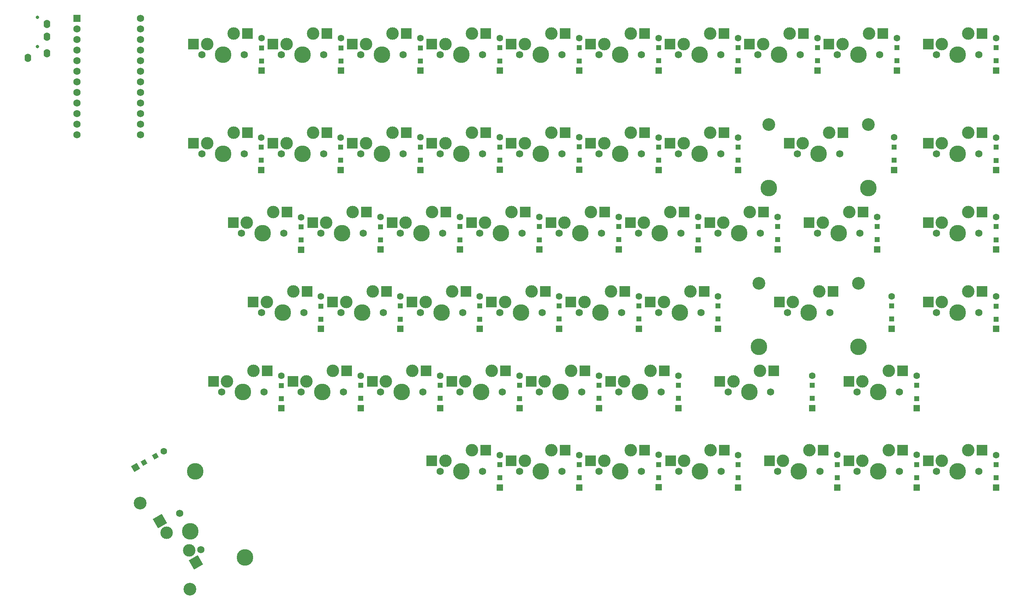
<source format=gbr>
G04 #@! TF.GenerationSoftware,KiCad,Pcbnew,7.0.9*
G04 #@! TF.CreationDate,2023-12-20T04:01:07-06:00*
G04 #@! TF.ProjectId,keyboard,6b657962-6f61-4726-942e-6b696361645f,rev?*
G04 #@! TF.SameCoordinates,Original*
G04 #@! TF.FileFunction,Soldermask,Bot*
G04 #@! TF.FilePolarity,Negative*
%FSLAX46Y46*%
G04 Gerber Fmt 4.6, Leading zero omitted, Abs format (unit mm)*
G04 Created by KiCad (PCBNEW 7.0.9) date 2023-12-20 04:01:07*
%MOMM*%
%LPD*%
G01*
G04 APERTURE LIST*
G04 Aperture macros list*
%AMRotRect*
0 Rectangle, with rotation*
0 The origin of the aperture is its center*
0 $1 length*
0 $2 width*
0 $3 Rotation angle, in degrees counterclockwise*
0 Add horizontal line*
21,1,$1,$2,0,0,$3*%
G04 Aperture macros list end*
%ADD10C,1.750000*%
%ADD11C,3.000000*%
%ADD12C,3.987800*%
%ADD13R,2.550000X2.500000*%
%ADD14R,1.752600X1.752600*%
%ADD15C,1.752600*%
%ADD16C,3.048000*%
%ADD17RotRect,2.550000X2.500000X120.000000*%
%ADD18C,0.800000*%
%ADD19O,1.600000X2.000000*%
%ADD20R,1.600000X1.600000*%
%ADD21R,1.200000X1.200000*%
%ADD22C,1.600000*%
%ADD23RotRect,1.600000X1.600000X30.000000*%
%ADD24RotRect,1.200000X1.200000X30.000000*%
G04 APERTURE END LIST*
D10*
X383213000Y-116824132D03*
D11*
X384483000Y-114284132D03*
D12*
X388293000Y-116824132D03*
D11*
X390833000Y-111744132D03*
D10*
X393373000Y-116824132D03*
D13*
X381208000Y-114284132D03*
X394135000Y-111744132D03*
D10*
X392738000Y-135874132D03*
D11*
X394008000Y-133334132D03*
D12*
X397818000Y-135874132D03*
D11*
X400358000Y-130794132D03*
D10*
X402898000Y-135874132D03*
D13*
X390733000Y-133334132D03*
X403660000Y-130794132D03*
D14*
X300860000Y-46200000D03*
D15*
X300860000Y-48740000D03*
X300860000Y-51280000D03*
X300860000Y-53820000D03*
X300860000Y-56360000D03*
X300860000Y-58900000D03*
X300860000Y-61440000D03*
X300860000Y-63980000D03*
X300860000Y-66520000D03*
X300860000Y-69060000D03*
X300860000Y-71600000D03*
X300860000Y-74140000D03*
X316100000Y-74140000D03*
X316100000Y-71600000D03*
X316100000Y-69060000D03*
X316100000Y-66520000D03*
X316100000Y-63980000D03*
X316100000Y-61440000D03*
X316100000Y-58900000D03*
X316100000Y-56360000D03*
X316100000Y-53820000D03*
X316100000Y-51280000D03*
X316100000Y-48740000D03*
X316100000Y-46200000D03*
D10*
X378450500Y-97774132D03*
D11*
X379720500Y-95234132D03*
D12*
X383530500Y-97774132D03*
D11*
X386070500Y-92694132D03*
D10*
X388610500Y-97774132D03*
D13*
X376445500Y-95234132D03*
X389372500Y-92694132D03*
D10*
X397500500Y-97774132D03*
D11*
X398770500Y-95234132D03*
D12*
X402580500Y-97774132D03*
D11*
X405120500Y-92694132D03*
D10*
X407660500Y-97774132D03*
D13*
X395495500Y-95234132D03*
X408422500Y-92694132D03*
D16*
X466842500Y-71739132D03*
D12*
X466842500Y-86979132D03*
D10*
X473700500Y-78724132D03*
D11*
X474970500Y-76184132D03*
D12*
X478780500Y-78724132D03*
D11*
X481320500Y-73644132D03*
D10*
X483860500Y-78724132D03*
D16*
X490718500Y-71739132D03*
D12*
X490718500Y-86979132D03*
D13*
X471695500Y-76184132D03*
X484622500Y-73644132D03*
D10*
X407025500Y-154924132D03*
D11*
X408295500Y-152384132D03*
D12*
X412105500Y-154924132D03*
D11*
X414645500Y-149844132D03*
D10*
X417185500Y-154924132D03*
D13*
X405020500Y-152384132D03*
X417947500Y-149844132D03*
D10*
X445125500Y-78724132D03*
D11*
X446395500Y-76184132D03*
D12*
X450205500Y-78724132D03*
D11*
X452745500Y-73644132D03*
D10*
X455285500Y-78724132D03*
D13*
X443120500Y-76184132D03*
X456047500Y-73644132D03*
D10*
X349875500Y-54911632D03*
D11*
X351145500Y-52371632D03*
D12*
X354955500Y-54911632D03*
D11*
X357495500Y-49831632D03*
D10*
X360035500Y-54911632D03*
D13*
X347870500Y-52371632D03*
X360797500Y-49831632D03*
D10*
X421313000Y-116824132D03*
D11*
X422583000Y-114284132D03*
D12*
X426393000Y-116824132D03*
D11*
X428933000Y-111744132D03*
D10*
X431473000Y-116824132D03*
D13*
X419308000Y-114284132D03*
X432235000Y-111744132D03*
D10*
X387975500Y-154924132D03*
D11*
X389245500Y-152384132D03*
D12*
X393055500Y-154924132D03*
D11*
X395595500Y-149844132D03*
D10*
X398135500Y-154924132D03*
D13*
X385970500Y-152384132D03*
X398897500Y-149844132D03*
D10*
X335588000Y-135874132D03*
D11*
X336858000Y-133334132D03*
D12*
X340668000Y-135874132D03*
D11*
X343208000Y-130794132D03*
D10*
X345748000Y-135874132D03*
D13*
X333583000Y-133334132D03*
X346510000Y-130794132D03*
D10*
X373688000Y-135874132D03*
D11*
X374958000Y-133334132D03*
D12*
X378768000Y-135874132D03*
D11*
X381308000Y-130794132D03*
D10*
X383848000Y-135874132D03*
D13*
X371683000Y-133334132D03*
X384610000Y-130794132D03*
D10*
X487988000Y-135874132D03*
D11*
X489258000Y-133334132D03*
D12*
X493068000Y-135874132D03*
D11*
X495608000Y-130794132D03*
D10*
X498148000Y-135874132D03*
D13*
X485983000Y-133334132D03*
X498910000Y-130794132D03*
D10*
X330825500Y-78724132D03*
D11*
X332095500Y-76184132D03*
D12*
X335905500Y-78724132D03*
D11*
X338445500Y-73644132D03*
D10*
X340985500Y-78724132D03*
D13*
X328820500Y-76184132D03*
X341747500Y-73644132D03*
D10*
X354638000Y-135874132D03*
D11*
X355908000Y-133334132D03*
D12*
X359718000Y-135874132D03*
D11*
X362258000Y-130794132D03*
D10*
X364798000Y-135874132D03*
D13*
X352633000Y-133334132D03*
X365560000Y-130794132D03*
D10*
X340350500Y-97774132D03*
D11*
X341620500Y-95234132D03*
D12*
X345430500Y-97774132D03*
D11*
X347970500Y-92694132D03*
D10*
X350510500Y-97774132D03*
D13*
X338345500Y-95234132D03*
X351272500Y-92694132D03*
D10*
X440363000Y-116824132D03*
D11*
X441633000Y-114284132D03*
D12*
X445443000Y-116824132D03*
D11*
X447983000Y-111744132D03*
D10*
X450523000Y-116824132D03*
D13*
X438358000Y-114284132D03*
X451285000Y-111744132D03*
D10*
X457031750Y-135874132D03*
D11*
X458301750Y-133334132D03*
D12*
X462111750Y-135874132D03*
D11*
X464651750Y-130794132D03*
D10*
X467191750Y-135874132D03*
D13*
X455026750Y-133334132D03*
X467953750Y-130794132D03*
D10*
X387975500Y-78724132D03*
D11*
X389245500Y-76184132D03*
D12*
X393055500Y-78724132D03*
D11*
X395595500Y-73644132D03*
D10*
X398135500Y-78724132D03*
D13*
X385970500Y-76184132D03*
X398897500Y-73644132D03*
D10*
X468938000Y-154924132D03*
D11*
X470208000Y-152384132D03*
D12*
X474018000Y-154924132D03*
D11*
X476558000Y-149844132D03*
D10*
X479098000Y-154924132D03*
D13*
X466933000Y-152384132D03*
X479860000Y-149844132D03*
D10*
X407025500Y-54911632D03*
D11*
X408295500Y-52371632D03*
D12*
X412105500Y-54911632D03*
D11*
X414645500Y-49831632D03*
D10*
X417185500Y-54911632D03*
D13*
X405020500Y-52371632D03*
X417947500Y-49831632D03*
D10*
X487988000Y-154924132D03*
D11*
X489258000Y-152384132D03*
D12*
X493068000Y-154924132D03*
D11*
X495608000Y-149844132D03*
D10*
X498148000Y-154924132D03*
D13*
X485983000Y-152384132D03*
X498910000Y-149844132D03*
D10*
X507038000Y-97774132D03*
D11*
X508308000Y-95234132D03*
D12*
X512118000Y-97774132D03*
D11*
X514658000Y-92694132D03*
D10*
X517198000Y-97774132D03*
D13*
X505033000Y-95234132D03*
X517960000Y-92694132D03*
D10*
X507038000Y-116824132D03*
D11*
X508308000Y-114284132D03*
D12*
X512118000Y-116824132D03*
D11*
X514658000Y-111744132D03*
D10*
X517198000Y-116824132D03*
D13*
X505033000Y-114284132D03*
X517960000Y-111744132D03*
D10*
X426075500Y-154924132D03*
D11*
X427345500Y-152384132D03*
D12*
X431155500Y-154924132D03*
D11*
X433695500Y-149844132D03*
D10*
X436235500Y-154924132D03*
D13*
X424070500Y-152384132D03*
X436997500Y-149844132D03*
D10*
X483225500Y-54911632D03*
D11*
X484495500Y-52371632D03*
D12*
X488305500Y-54911632D03*
D11*
X490845500Y-49831632D03*
D10*
X493385500Y-54911632D03*
D13*
X481220500Y-52371632D03*
X494147500Y-49831632D03*
D16*
X464461250Y-109839132D03*
D12*
X464461250Y-125079132D03*
D10*
X471319250Y-116824132D03*
D11*
X472589250Y-114284132D03*
D12*
X476399250Y-116824132D03*
D11*
X478939250Y-111744132D03*
D10*
X481479250Y-116824132D03*
D16*
X488337250Y-109839132D03*
D12*
X488337250Y-125079132D03*
D13*
X469314250Y-114284132D03*
X482241250Y-111744132D03*
D10*
X464175500Y-54911632D03*
D11*
X465445500Y-52371632D03*
D12*
X469255500Y-54911632D03*
D11*
X471795500Y-49831632D03*
D10*
X474335500Y-54911632D03*
D13*
X462170500Y-52371632D03*
X475097500Y-49831632D03*
D10*
X349875500Y-78724132D03*
D11*
X351145500Y-76184132D03*
D12*
X354955500Y-78724132D03*
D11*
X357495500Y-73644132D03*
D10*
X360035500Y-78724132D03*
D13*
X347870500Y-76184132D03*
X360797500Y-73644132D03*
D10*
X387975500Y-54911632D03*
D11*
X389245500Y-52371632D03*
D12*
X393055500Y-54911632D03*
D11*
X395595500Y-49831632D03*
D10*
X398135500Y-54911632D03*
D13*
X385970500Y-52371632D03*
X398897500Y-49831632D03*
D10*
X368925500Y-54911632D03*
D11*
X370195500Y-52371632D03*
D12*
X374005500Y-54911632D03*
D11*
X376545500Y-49831632D03*
D10*
X379085500Y-54911632D03*
D13*
X366920500Y-52371632D03*
X379847500Y-49831632D03*
D10*
X445252500Y-154924132D03*
D11*
X446522500Y-152384132D03*
D12*
X450332500Y-154924132D03*
D11*
X452872500Y-149844132D03*
D10*
X455412500Y-154924132D03*
D13*
X443247500Y-152384132D03*
X456174500Y-149844132D03*
D10*
X402263000Y-116824132D03*
D11*
X403533000Y-114284132D03*
D12*
X407343000Y-116824132D03*
D11*
X409883000Y-111744132D03*
D10*
X412423000Y-116824132D03*
D13*
X400258000Y-114284132D03*
X413185000Y-111744132D03*
D10*
X345113000Y-116824132D03*
D11*
X346383000Y-114284132D03*
D12*
X350193000Y-116824132D03*
D11*
X352733000Y-111744132D03*
D10*
X355273000Y-116824132D03*
D13*
X343108000Y-114284132D03*
X356035000Y-111744132D03*
D10*
X368925500Y-78724132D03*
D11*
X370195500Y-76184132D03*
D12*
X374005500Y-78724132D03*
D11*
X376545500Y-73644132D03*
D10*
X379085500Y-78724132D03*
D13*
X366920500Y-76184132D03*
X379847500Y-73644132D03*
D10*
X507038000Y-154924132D03*
D11*
X508308000Y-152384132D03*
D12*
X512118000Y-154924132D03*
D11*
X514658000Y-149844132D03*
D10*
X517198000Y-154924132D03*
D13*
X505033000Y-152384132D03*
X517960000Y-149844132D03*
D10*
X416550500Y-97774132D03*
D11*
X417820500Y-95234132D03*
D12*
X421630500Y-97774132D03*
D11*
X424170500Y-92694132D03*
D10*
X426710500Y-97774132D03*
D13*
X414545500Y-95234132D03*
X427472500Y-92694132D03*
D10*
X364163000Y-116824132D03*
D11*
X365433000Y-114284132D03*
D12*
X369243000Y-116824132D03*
D11*
X371783000Y-111744132D03*
D10*
X374323000Y-116824132D03*
D13*
X362158000Y-114284132D03*
X375085000Y-111744132D03*
D10*
X359400500Y-97774132D03*
D11*
X360670500Y-95234132D03*
D12*
X364480500Y-97774132D03*
D11*
X367020500Y-92694132D03*
D10*
X369560500Y-97774132D03*
D13*
X357395500Y-95234132D03*
X370322500Y-92694132D03*
D16*
X327990273Y-183192200D03*
D12*
X341188500Y-175572200D03*
D10*
X330610460Y-173760498D03*
D11*
X327775755Y-173930646D03*
D12*
X328070460Y-169361089D03*
D11*
X322401051Y-169701384D03*
D10*
X325530460Y-164961680D03*
D16*
X316052273Y-162514978D03*
D12*
X329250500Y-154894978D03*
D17*
X329413255Y-176766879D03*
X320750051Y-166841769D03*
D10*
X330825500Y-54911632D03*
D11*
X332095500Y-52371632D03*
D12*
X335905500Y-54911632D03*
D11*
X338445500Y-49831632D03*
D10*
X340985500Y-54911632D03*
D13*
X328820500Y-52371632D03*
X341747500Y-49831632D03*
D10*
X426075500Y-78724132D03*
D11*
X427345500Y-76184132D03*
D12*
X431155500Y-78724132D03*
D11*
X433695500Y-73644132D03*
D10*
X436235500Y-78724132D03*
D13*
X424070500Y-76184132D03*
X436997500Y-73644132D03*
D10*
X411788000Y-135874132D03*
D11*
X413058000Y-133334132D03*
D12*
X416868000Y-135874132D03*
D11*
X419408000Y-130794132D03*
D10*
X421948000Y-135874132D03*
D13*
X409783000Y-133334132D03*
X422710000Y-130794132D03*
D10*
X507038000Y-78724132D03*
D11*
X508308000Y-76184132D03*
D12*
X512118000Y-78724132D03*
D11*
X514658000Y-73644132D03*
D10*
X517198000Y-78724132D03*
D13*
X505033000Y-76184132D03*
X517960000Y-73644132D03*
D10*
X426075500Y-54911632D03*
D11*
X427345500Y-52371632D03*
D12*
X431155500Y-54911632D03*
D11*
X433695500Y-49831632D03*
D10*
X436235500Y-54911632D03*
D13*
X424070500Y-52371632D03*
X436997500Y-49831632D03*
D10*
X407025500Y-78724132D03*
D11*
X408295500Y-76184132D03*
D12*
X412105500Y-78724132D03*
D11*
X414645500Y-73644132D03*
D10*
X417185500Y-78724132D03*
D13*
X405020500Y-76184132D03*
X417947500Y-73644132D03*
D10*
X435600500Y-97774132D03*
D11*
X436870500Y-95234132D03*
D12*
X440680500Y-97774132D03*
D11*
X443220500Y-92694132D03*
D10*
X445760500Y-97774132D03*
D13*
X433595500Y-95234132D03*
X446522500Y-92694132D03*
D10*
X507038000Y-54911632D03*
D11*
X508308000Y-52371632D03*
D12*
X512118000Y-54911632D03*
D11*
X514658000Y-49831632D03*
D10*
X517198000Y-54911632D03*
D13*
X505033000Y-52371632D03*
X517960000Y-49831632D03*
D10*
X454650500Y-97774132D03*
D11*
X455920500Y-95234132D03*
D12*
X459730500Y-97774132D03*
D11*
X462270500Y-92694132D03*
D10*
X464810500Y-97774132D03*
D13*
X452645500Y-95234132D03*
X465572500Y-92694132D03*
D10*
X445125500Y-54911632D03*
D11*
X446395500Y-52371632D03*
D12*
X450205500Y-54911632D03*
D11*
X452745500Y-49831632D03*
D10*
X455285500Y-54911632D03*
D13*
X443120500Y-52371632D03*
X456047500Y-49831632D03*
D10*
X430838000Y-135874132D03*
D11*
X432108000Y-133334132D03*
D12*
X435918000Y-135874132D03*
D11*
X438458000Y-130794132D03*
D10*
X440998000Y-135874132D03*
D13*
X428833000Y-133334132D03*
X441760000Y-130794132D03*
D18*
X291350000Y-46000000D03*
X291350000Y-53000000D03*
D19*
X289050000Y-55700000D03*
X293650000Y-54600000D03*
X293650000Y-50600000D03*
X293650000Y-47600000D03*
D10*
X478463000Y-97774132D03*
D11*
X479733000Y-95234132D03*
D12*
X483543000Y-97774132D03*
D11*
X486083000Y-92694132D03*
D10*
X488623000Y-97774132D03*
D13*
X476458000Y-95234132D03*
X489385000Y-92694132D03*
D20*
X459420500Y-58732200D03*
D21*
X459420500Y-56407200D03*
X459420500Y-53257200D03*
D22*
X459420500Y-50932200D03*
D20*
X383220500Y-82582200D03*
D21*
X383220500Y-80257200D03*
X383220500Y-77107200D03*
D22*
X383220500Y-74782200D03*
D20*
X378440500Y-120722200D03*
D21*
X378440500Y-118397200D03*
X378440500Y-115247200D03*
D22*
X378440500Y-112922200D03*
D20*
X345100499Y-58777201D03*
D21*
X345100499Y-56452201D03*
X345100499Y-53302201D03*
D22*
X345100499Y-50977201D03*
D20*
X521300500Y-120742200D03*
D21*
X521300500Y-118417200D03*
X521300500Y-115267200D03*
D22*
X521300500Y-112942200D03*
D20*
X349900500Y-139787200D03*
D21*
X349900500Y-137462200D03*
X349900500Y-134312200D03*
D22*
X349900500Y-131987200D03*
D20*
X387980500Y-139742200D03*
D21*
X387980500Y-137417200D03*
X387980500Y-134267200D03*
D22*
X387980500Y-131942200D03*
D20*
X364170501Y-58777199D03*
D21*
X364170501Y-56452199D03*
X364170501Y-53302199D03*
D22*
X364170501Y-50977199D03*
D20*
X521320500Y-101677200D03*
D21*
X521320500Y-99352200D03*
X521320500Y-96202200D03*
D22*
X521320500Y-93877200D03*
D20*
X373660500Y-101702200D03*
D21*
X373660500Y-99377200D03*
X373660500Y-96227200D03*
D22*
X373660500Y-93902200D03*
D20*
X521370500Y-82622200D03*
D21*
X521370500Y-80297200D03*
X521370500Y-77147200D03*
D22*
X521370500Y-74822200D03*
D20*
X492770500Y-101667200D03*
D21*
X492770500Y-99342200D03*
X492770500Y-96192200D03*
D22*
X492770500Y-93867200D03*
D20*
X502260500Y-158787200D03*
D21*
X502260500Y-156462200D03*
X502260500Y-153312200D03*
D22*
X502260500Y-150987200D03*
D20*
X407015500Y-139774700D03*
D21*
X407015500Y-137449700D03*
X407015500Y-134299700D03*
D22*
X407015500Y-131974700D03*
D20*
X421320499Y-58752201D03*
D21*
X421320499Y-56427201D03*
X421320499Y-53277201D03*
D22*
X421320499Y-50952201D03*
D20*
X477260500Y-139742200D03*
D21*
X477260500Y-137417200D03*
X477260500Y-134267200D03*
D22*
X477260500Y-131942200D03*
D20*
X468930500Y-101662200D03*
D21*
X468930500Y-99337200D03*
X468930500Y-96187200D03*
D22*
X468930500Y-93862200D03*
D20*
X392720500Y-101682200D03*
D21*
X392720500Y-99357200D03*
X392720500Y-96207200D03*
D22*
X392720500Y-93882200D03*
D20*
X496883000Y-82587200D03*
D21*
X496883000Y-80262200D03*
X496883000Y-77112200D03*
D22*
X496883000Y-74787200D03*
D20*
X383230500Y-58772200D03*
D21*
X383230500Y-56447200D03*
X383230500Y-53297200D03*
D22*
X383230500Y-50972200D03*
D20*
X435610500Y-120692200D03*
D21*
X435610500Y-118367200D03*
X435610500Y-115217200D03*
D22*
X435610500Y-112892200D03*
D23*
X314923001Y-154012200D03*
D24*
X316936510Y-152849700D03*
X319664490Y-151274700D03*
D22*
X321677999Y-150112200D03*
D20*
X521350500Y-158802200D03*
D21*
X521350500Y-156477200D03*
X521350500Y-153327200D03*
D22*
X521350500Y-151002200D03*
D20*
X449860500Y-101677200D03*
D21*
X449860500Y-99352200D03*
X449860500Y-96202200D03*
D22*
X449860500Y-93877200D03*
D20*
X397490500Y-120722200D03*
D21*
X397490500Y-118397200D03*
X397490500Y-115247200D03*
D22*
X397490500Y-112922200D03*
D20*
X345088000Y-82599700D03*
D21*
X345088000Y-80274700D03*
X345088000Y-77124700D03*
D22*
X345088000Y-74799700D03*
D20*
X354590500Y-101734700D03*
D21*
X354590500Y-99409700D03*
X354590500Y-96259700D03*
D22*
X354590500Y-93934700D03*
D20*
X426070500Y-139762200D03*
D21*
X426070500Y-137437200D03*
X426070500Y-134287200D03*
D22*
X426070500Y-131962200D03*
D20*
X421330500Y-82542200D03*
D21*
X421330500Y-80217200D03*
X421330500Y-77067200D03*
D22*
X421330500Y-74742200D03*
D20*
X440355500Y-82612200D03*
D21*
X440355500Y-80287200D03*
X440355500Y-77137200D03*
D22*
X440355500Y-74812200D03*
D20*
X459470500Y-82592200D03*
D21*
X459470500Y-80267200D03*
X459470500Y-77117200D03*
D22*
X459470500Y-74792200D03*
D20*
X359370500Y-120737200D03*
D21*
X359370500Y-118412200D03*
X359370500Y-115262200D03*
D22*
X359370500Y-112937200D03*
D20*
X496250500Y-120707200D03*
D21*
X496250500Y-118382200D03*
X496250500Y-115232200D03*
D22*
X496250500Y-112907200D03*
D20*
X416540500Y-120702200D03*
D21*
X416540500Y-118377200D03*
X416540500Y-115227200D03*
D22*
X416540500Y-112902200D03*
D20*
X402260500Y-82562200D03*
D21*
X402260500Y-80237200D03*
X402260500Y-77087200D03*
D22*
X402260500Y-74762200D03*
D20*
X368910500Y-139762200D03*
D21*
X368910500Y-137437200D03*
X368910500Y-134287200D03*
D22*
X368910500Y-131962200D03*
D20*
X497530500Y-58732200D03*
D21*
X497530500Y-56407200D03*
X497530500Y-53257200D03*
D22*
X497530500Y-50932200D03*
D20*
X364140500Y-82602200D03*
D21*
X364140500Y-80277200D03*
X364140500Y-77127200D03*
D22*
X364140500Y-74802200D03*
D20*
X483220500Y-158782200D03*
D21*
X483220500Y-156457200D03*
X483220500Y-153307200D03*
D22*
X483220500Y-150982200D03*
D20*
X521370500Y-58732200D03*
D21*
X521370500Y-56407200D03*
X521370500Y-53257200D03*
D22*
X521370500Y-50932200D03*
D20*
X454640500Y-120692200D03*
D21*
X454640500Y-118367200D03*
X454640500Y-115217200D03*
D22*
X454640500Y-112892200D03*
D20*
X430830500Y-101662200D03*
D21*
X430830500Y-99337200D03*
X430830500Y-96187200D03*
D22*
X430830500Y-93862200D03*
D20*
X440380500Y-158777200D03*
D21*
X440380500Y-156452200D03*
X440380500Y-153302200D03*
D22*
X440380500Y-150977200D03*
D20*
X459430500Y-158817200D03*
D21*
X459430500Y-156492200D03*
X459430500Y-153342200D03*
D22*
X459430500Y-151017200D03*
D20*
X478470500Y-58732200D03*
D21*
X478470500Y-56407200D03*
X478470500Y-53257200D03*
D22*
X478470500Y-50932200D03*
D20*
X411800500Y-101682200D03*
D21*
X411800500Y-99357200D03*
X411800500Y-96207200D03*
D22*
X411800500Y-93882200D03*
D20*
X402270500Y-158802200D03*
D21*
X402270500Y-156477200D03*
X402270500Y-153327200D03*
D22*
X402270500Y-151002200D03*
D20*
X421300500Y-158812200D03*
D21*
X421300500Y-156487200D03*
X421300500Y-153337200D03*
D22*
X421300500Y-151012200D03*
D20*
X502270500Y-139772200D03*
D21*
X502270500Y-137447200D03*
X502270500Y-134297200D03*
D22*
X502270500Y-131972200D03*
D20*
X445130500Y-139742200D03*
D21*
X445130500Y-137417200D03*
X445130500Y-134267200D03*
D22*
X445130500Y-131942200D03*
D20*
X402280500Y-58752200D03*
D21*
X402280500Y-56427200D03*
X402280500Y-53277200D03*
D22*
X402280500Y-50952200D03*
D20*
X440390500Y-58732200D03*
D21*
X440390500Y-56407200D03*
X440390500Y-53257200D03*
D22*
X440390500Y-50932200D03*
M02*

</source>
